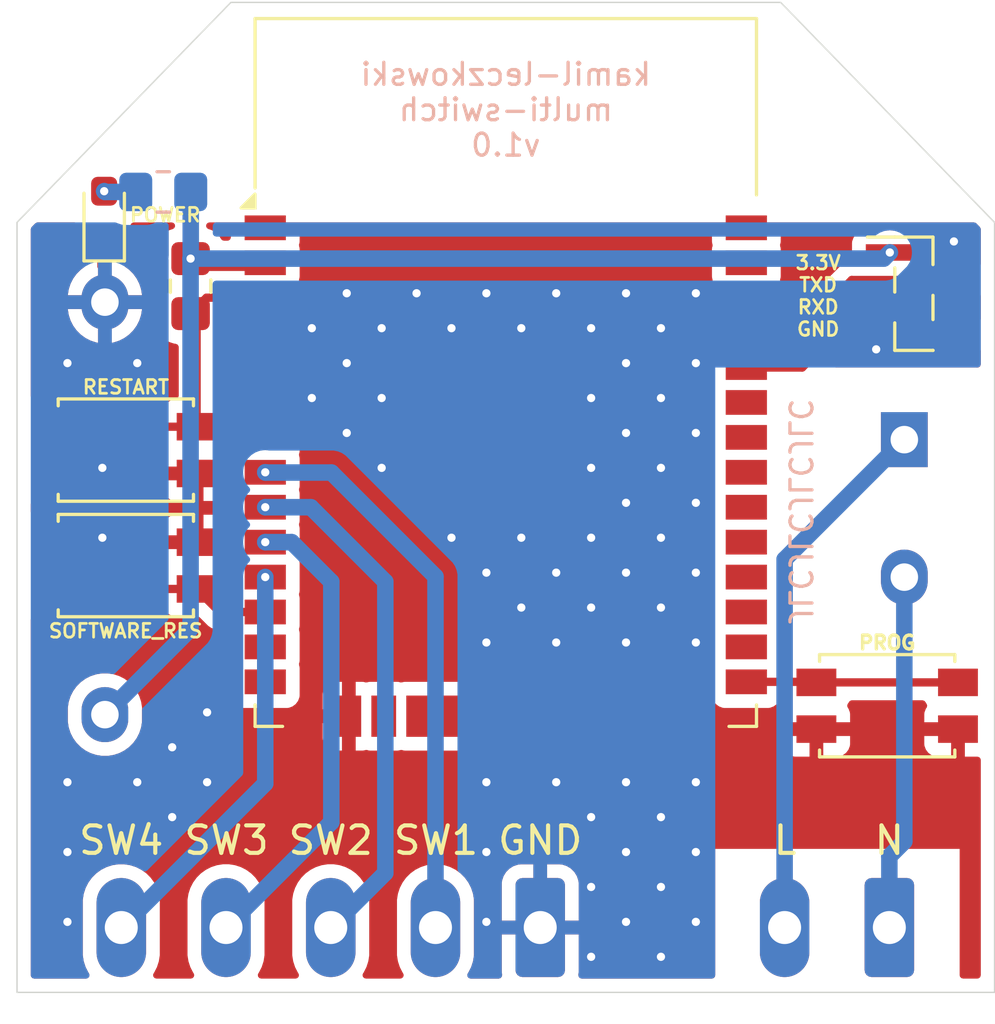
<source format=kicad_pcb>
(kicad_pcb (version 20240108) (generator "pcbnew") (generator_version "8.0")
  (layers (0 "F.Cu" signal) (31 "B.Cu" signal) (34 "B.Paste" user) (35 "F.Paste" user) (36 "B.SilkS" user "B.Silkscreen") (37 "F.SilkS" user "F.Silkscreen") (38 "B.Mask" user) (39 "F.Mask" user) (44 "Edge.Cuts" user))
  (net 0 "")
  (net 1 "RXD")
  (net 2 "GND")
  (net 3 "TXD")
  (net 4 "Net-(J2-Pin_1)")
  (net 5 "Net-(J2-Pin_2)")
  (net 6 "3.3V")
  (net 7 "EN")
  (net 8 "IO0")
  (net 27 "IO27")
  (net 28 "IO33")
  (net 36 "IO26")
  (net 37 "IO25")
  (net 38 "IO32")
  (net 39 "Net-(D1-A)")
  (footprint "Button_Switch_SMD:SW_SPST_EVQP2" (layer "F.Cu") (at 137.448291 84.282534)
    (property "Reference" "SW1" (hide yes))
    (property "Value" "RESET")
    (fp_line (start -2.46 -1.86) (end -2.46 -1.61) (stroke (width 0.12)) (layer "F.SilkS"))
    (fp_line (start -2.46 1.61) (end -2.46 1.86) (stroke (width 0.12)) (layer "F.SilkS"))
    (fp_line (start -2.46 1.86) (end 2.46 1.86) (stroke (width 0.12)) (layer "F.SilkS"))
    (fp_line (start 2.46 -1.86) (end -2.46 -1.86) (stroke (width 0.12)) (layer "F.SilkS"))
    (fp_line (start 2.46 -1.86) (end 2.46 -1.61) (stroke (width 0.12)) (layer "F.SilkS"))
    (fp_line (start 2.46 1.61) (end 2.46 1.86) (stroke (width 0.12)) (layer "F.SilkS"))
    (pad "1" smd rect (at -2.575 -0.85) (size 1.45 1) (layers "F.Cu" "F.Paste" "F.Mask") (net 7 "EN"))
    (pad "1" smd rect (at 2.575 -0.85) (size 1.45 1) (layers "F.Cu" "F.Paste" "F.Mask") (net 7 "EN"))
    (pad "2" smd rect (at -2.575 0.85) (size 1.45 1) (layers "F.Cu" "F.Paste" "F.Mask") (net 2 "GND"))
    (pad "2" smd rect (at 2.575 0.85) (size 1.45 1) (layers "F.Cu" "F.Paste" "F.Mask") (net 2 "GND"))
  )
  (footprint "LED_SMD:LED_0603_1608Metric_Pad1.05x0.95mm_HandSolder" (layer "F.Cu") (at 136.661118 75.743294 90)
    (property "Reference" "D1" (hide yes))
    (property "Value" "LED_GREEN")
    (fp_line (start 0.8 -0.735) (end -1.66 -0.735) (stroke (width 0.12)) (layer "F.SilkS"))
    (fp_line (start -1.66 -0.735) (end -1.66 0.735) (stroke (width 0.12)) (layer "F.SilkS"))
    (fp_line (start -1.66 0.735) (end 0.8 0.735) (stroke (width 0.12)) (layer "F.SilkS"))
    (pad "1" smd roundrect (at -0.874999 0 90) (size 1.05 0.95) (layers "F.Cu" "F.Paste" "F.Mask") (net 2 "GND"))
    (pad "2" smd roundrect (at 0.874999 0 90) (size 1.05 0.95) (layers "F.Cu" "F.Paste" "F.Mask") (net 39 "Net-(D1-A)"))
  )
  (footprint "Button_Switch_SMD:SW_SPST_EVQP2" (layer "F.Cu") (at 137.448291 88.481968 180)
    (property "Reference" "SW3" (hide yes))
    (property "Value" "SOFT_RESET")
    (fp_line (start 2.46 1.61) (end 2.46 1.86) (stroke (width 0.12)) (layer "F.SilkS"))
    (fp_line (start 2.46 -1.86) (end 2.46 -1.61) (stroke (width 0.12)) (layer "F.SilkS"))
    (fp_line (start 2.46 -1.86) (end -2.46 -1.86) (stroke (width 0.12)) (layer "F.SilkS"))
    (fp_line (start -2.46 1.86) (end 2.46 1.86) (stroke (width 0.12)) (layer "F.SilkS"))
    (fp_line (start -2.46 1.61) (end -2.46 1.86) (stroke (width 0.12)) (layer "F.SilkS"))
    (fp_line (start -2.46 -1.86) (end -2.46 -1.61) (stroke (width 0.12)) (layer "F.SilkS"))
    (pad "1" smd rect (at -2.575 -0.85 180) (size 1.45 1) (layers "F.Cu" "F.Paste" "F.Mask") (net 27 "IO27"))
    (pad "1" smd rect (at 2.575 -0.85 180) (size 1.45 1) (layers "F.Cu" "F.Paste" "F.Mask") (net 27 "IO27"))
    (pad "2" smd rect (at -2.575 0.85 180) (size 1.45 1) (layers "F.Cu" "F.Paste" "F.Mask") (net 2 "GND"))
    (pad "2" smd rect (at 2.575 0.85 180) (size 1.45 1) (layers "F.Cu" "F.Paste" "F.Mask") (net 2 "GND"))
  )
  (footprint "Button_Switch_SMD:SW_SPST_EVQP2" (layer "F.Cu") (at 165.144079 93.579865)
    (property "Reference" "SW2" (hide yes))
    (property "Value" "PROG")
    (fp_line (start -2.46 -1.86) (end -2.46 -1.61) (stroke (width 0.12)) (layer "F.SilkS"))
    (fp_line (start -2.46 1.61) (end -2.46 1.86) (stroke (width 0.12)) (layer "F.SilkS"))
    (fp_line (start -2.46 1.86) (end 2.46 1.86) (stroke (width 0.12)) (layer "F.SilkS"))
    (fp_line (start 2.46 -1.86) (end -2.46 -1.86) (stroke (width 0.12)) (layer "F.SilkS"))
    (fp_line (start 2.46 -1.86) (end 2.46 -1.61) (stroke (width 0.12)) (layer "F.SilkS"))
    (fp_line (start 2.46 1.61) (end 2.46 1.86) (stroke (width 0.12)) (layer "F.SilkS"))
    (pad "1" smd rect (at -2.575 -0.85) (size 1.45 1) (layers "F.Cu" "F.Paste" "F.Mask") (net 8 "IO0"))
    (pad "1" smd rect (at 2.575 -0.85) (size 1.45 1) (layers "F.Cu" "F.Paste" "F.Mask") (net 8 "IO0"))
    (pad "2" smd rect (at -2.575 0.85) (size 1.45 1) (layers "F.Cu" "F.Paste" "F.Mask") (net 2 "GND"))
    (pad "2" smd rect (at 2.575 0.85) (size 1.45 1) (layers "F.Cu" "F.Paste" "F.Mask") (net 2 "GND"))
  )
  (footprint "RF_Module:ESP32-WROOM-32" (layer "F.Cu") (at 151.27 84.45)
    (property "Reference" "U1" (hide yes))
    (property "Value" "ESP32-WROOM-32" (hide yes))
    (fp_line (start -9.12 -15.86) (end -9.12 -9.7) (stroke (width 0.12)) (layer "F.SilkS"))
    (fp_line (start -9.12 -15.86) (end 9.12 -15.86) (stroke (width 0.12)) (layer "F.SilkS"))
    (fp_line (start -9.12 9.1) (end -9.12 9.88) (stroke (width 0.12)) (layer "F.SilkS"))
    (fp_line (start -9.12 9.88) (end -8.12 9.88) (stroke (width 0.12)) (layer "F.SilkS"))
    (fp_line (start 9.12 -15.86) (end 9.12 -9.445) (stroke (width 0.12)) (layer "F.SilkS"))
    (fp_line (start 9.12 9.1) (end 9.12 9.88) (stroke (width 0.12)) (layer "F.SilkS"))
    (fp_line (start 9.12 9.88) (end 8.12 9.88) (stroke (width 0.12)) (layer "F.SilkS"))
    (fp_poly (pts (xy -9.125 -8.975) (xy -9.625 -8.975) (xy -9.125 -9.475) (xy -9.125 -8.975)) (stroke (width 0.12)) (fill solid) (layer "F.SilkS"))
    (pad "1" smd rect (at -8.75 -8.25) (size 1.5 0.9) (layers "F.Cu" "F.Paste" "F.Mask") (net 2 "GND"))
    (pad "2" smd rect (at -8.75 -6.98) (size 1.5 0.9) (layers "F.Cu" "F.Paste" "F.Mask") (net 6 "3.3V"))
    (pad "3" smd rect (at -8.75 -5.71) (size 1.5 0.9) (layers "F.Cu" "F.Paste" "F.Mask") (net 7 "EN"))
    (pad "4" smd rect (at -8.75 -4.44) (size 1.5 0.9) (layers "F.Cu" "F.Paste" "F.Mask"))
    (pad "5" smd rect (at -8.75 -3.17) (size 1.5 0.9) (layers "F.Cu" "F.Paste" "F.Mask"))
    (pad "6" smd rect (at -8.75 -1.9) (size 1.5 0.9) (layers "F.Cu" "F.Paste" "F.Mask"))
    (pad "7" smd rect (at -8.75 -0.63) (size 1.5 0.9) (layers "F.Cu" "F.Paste" "F.Mask"))
    (pad "8" smd rect (at -8.75 0.64) (size 1.5 0.9) (layers "F.Cu" "F.Paste" "F.Mask") (net 38 "IO32"))
    (pad "9" smd rect (at -8.75 1.91) (size 1.5 0.9) (layers "F.Cu" "F.Paste" "F.Mask") (net 28 "IO33"))
    (pad "10" smd rect (at -8.75 3.18) (size 1.5 0.9) (layers "F.Cu" "F.Paste" "F.Mask") (net 37 "IO25"))
    (pad "11" smd rect (at -8.75 4.45) (size 1.5 0.9) (layers "F.Cu" "F.Paste" "F.Mask") (net 36 "IO26"))
    (pad "12" smd rect (at -8.75 5.72) (size 1.5 0.9) (layers "F.Cu" "F.Paste" "F.Mask") (net 27 "IO27"))
    (pad "13" smd rect (at -8.75 6.99) (size 1.5 0.9) (layers "F.Cu" "F.Paste" "F.Mask"))
    (pad "14" smd rect (at -8.75 8.26) (size 1.5 0.9) (layers "F.Cu" "F.Paste" "F.Mask"))
    (pad "15" smd rect (at -5.71 9.51 90) (size 1.5 0.9) (layers "F.Cu" "F.Paste" "F.Mask") (net 2 "GND"))
    (pad "16" smd rect (at -4.44 9.51 90) (size 1.5 0.9) (layers "F.Cu" "F.Paste" "F.Mask"))
    (pad "17" smd rect (at -3.17 9.51 90) (size 1.5 0.9) (layers "F.Cu" "F.Paste" "F.Mask"))
    (pad "18" smd rect (at -1.9 9.51 90) (size 1.5 0.9) (layers "F.Cu" "F.Paste" "F.Mask"))
    (pad "19" smd rect (at -0.63 9.51 90) (size 1.5 0.9) (layers "F.Cu" "F.Paste" "F.Mask"))
    (pad "20" smd rect (at 0.64 9.51 90) (size 1.5 0.9) (layers "F.Cu" "F.Paste" "F.Mask"))
    (pad "21" smd rect (at 1.91 9.51 90) (size 1.5 0.9) (layers "F.Cu" "F.Paste" "F.Mask"))
    (pad "22" smd rect (at 3.18 9.51 90) (size 1.5 0.9) (layers "F.Cu" "F.Paste" "F.Mask"))
    (pad "23" smd rect (at 4.45 9.51 90) (size 1.5 0.9) (layers "F.Cu" "F.Paste" "F.Mask"))
    (pad "24" smd rect (at 5.72 9.51 90) (size 1.5 0.9) (layers "F.Cu" "F.Paste" "F.Mask"))
    (pad "25" smd rect (at 8.75 8.26) (size 1.5 0.9) (layers "F.Cu" "F.Paste" "F.Mask") (net 8 "IO0"))
    (pad "26" smd rect (at 8.75 6.99) (size 1.5 0.9) (layers "F.Cu" "F.Paste" "F.Mask"))
    (pad "27" smd rect (at 8.75 5.72) (size 1.5 0.9) (layers "F.Cu" "F.Paste" "F.Mask"))
    (pad "28" smd rect (at 8.75 4.45) (size 1.5 0.9) (layers "F.Cu" "F.Paste" "F.Mask"))
    (pad "29" smd rect (at 8.75 3.18) (size 1.5 0.9) (layers "F.Cu" "F.Paste" "F.Mask"))
    (pad "30" smd rect (at 8.75 1.91) (size 1.5 0.9) (layers "F.Cu" "F.Paste" "F.Mask"))
    (pad "31" smd rect (at 8.75 0.64) (size 1.5 0.9) (layers "F.Cu" "F.Paste" "F.Mask"))
    (pad "32" smd rect (at 8.75 -0.63) (size 1.5 0.9) (layers "F.Cu" "F.Paste" "F.Mask"))
    (pad "33" smd rect (at 8.75 -1.9) (size 1.5 0.9) (layers "F.Cu" "F.Paste" "F.Mask"))
    (pad "34" smd rect (at 8.75 -3.17) (size 1.5 0.9) (layers "F.Cu" "F.Paste" "F.Mask") (net 1 "RXD"))
    (pad "35" smd rect (at 8.75 -4.44) (size 1.5 0.9) (layers "F.Cu" "F.Paste" "F.Mask") (net 3 "TXD"))
    (pad "36" smd rect (at 8.75 -5.71) (size 1.5 0.9) (layers "F.Cu" "F.Paste" "F.Mask"))
    (pad "37" smd rect (at 8.75 -6.98) (size 1.5 0.9) (layers "F.Cu" "F.Paste" "F.Mask"))
    (pad "38" smd rect (at 8.75 -8.25) (size 1.5 0.9) (layers "F.Cu" "F.Paste" "F.Mask") (net 2 "GND"))
    (pad "39" smd rect (at -0.68 -0.91) (size 4.2 4.2) (layers "F.Cu" "F.Mask") (net 2 "GND"))
  )
  (footprint "Connector_PinHeader_1.00mm:PinHeader_1x04_P1.00mm_Vertical_SMD_Pin1Left" (layer "F.Cu") (at 166.115 78.596339)
    (property "Reference" "J1" (hide yes))
    (property "Value" "PROG")
    (fp_line (start -0.695 -2.06) (end -1.69 -2.06) (stroke (width 0.12)) (layer "F.SilkS"))
    (fp_line (start -0.695 -2.06) (end -0.695 -2.06) (stroke (width 0.12)) (layer "F.SilkS"))
    (fp_line (start -0.695 -2.06) (end 0.695 -2.06) (stroke (width 0.12)) (layer "F.SilkS"))
    (fp_line (start -0.695 -0.94) (end -0.695 -0.06) (stroke (width 0.12)) (layer "F.SilkS"))
    (fp_line (start -0.695 1.06) (end -0.695 2.06) (stroke (width 0.12)) (layer "F.SilkS"))
    (fp_line (start -0.695 2.06) (end 0.695 2.06) (stroke (width 0.12)) (layer "F.SilkS"))
    (fp_line (start 0.695 -2.06) (end 0.695 -1.06) (stroke (width 0.12)) (layer "F.SilkS"))
    (fp_line (start 0.695 0.06) (end 0.695 0.94) (stroke (width 0.12)) (layer "F.SilkS"))
    (fp_line (start 0.695 2.06) (end 0.695 2.06) (stroke (width 0.12)) (layer "F.SilkS"))
    (pad "1" smd rect (at -0.875 -1.5) (size 1.75 0.6) (layers "F.Cu" "F.Paste" "F.Mask") (net 6 "3.3V"))
    (pad "2" smd rect (at 0.875 -0.5) (size 1.75 0.6) (layers "F.Cu" "F.Paste" "F.Mask") (net 3 "TXD"))
    (pad "3" smd rect (at -0.875 0.5) (size 1.75 0.6) (layers "F.Cu" "F.Paste" "F.Mask") (net 1 "RXD"))
    (pad "4" smd rect (at 0.875 1.5) (size 1.75 0.6) (layers "F.Cu" "F.Paste" "F.Mask") (net 2 "GND"))
  )
  (footprint "Resistor_SMD:R_0805_2012Metric_Pad1.20x1.40mm_HandSolder" (layer "F.Cu") (at 139.803833 78.319553 -90)
    (property "Reference" "R1" (hide yes))
    (property "Value" "10k")
    (fp_line (start -0.227064 0.735) (end 0.227064 0.735) (stroke (width 0.12)) (layer "F.SilkS"))
    (fp_line (start -0.227064 -0.735) (end 0.227064 -0.735) (stroke (width 0.12)) (layer "F.SilkS"))
    (pad "1" smd roundrect (at -1 0 270) (size 1.2 1.4) (layers "F.Cu" "F.Paste" "F.Mask") (roundrect_rratio 0.208333) (net 6 "3.3V"))
    (pad "2" smd roundrect (at 1 0 270) (size 1.2 1.4) (layers "F.Cu" "F.Paste" "F.Mask") (roundrect_rratio 0.208333) (net 7 "EN"))
  )
  (footprint "Connector_Phoenix_MC:PhoenixContact_MCV_1,5_5-G-3.81_1x05_P3.81mm_Vertical" (layer "B.Cu") (at 152.5225 101.644794 180)
    (property "Reference" "J3" (hide yes))
    (property "Value" "Conn_01x05" (hide yes))
    (pad "1" thru_hole roundrect (at 0 0 180) (size 1.8 3.6) (drill 1.2) (layers "*.Cu" "*.Mask") (roundrect_rratio 0.138889) (net 2 "GND"))
    (pad "2" thru_hole oval (at 3.81 0 180) (size 1.8 3.6) (drill 1.2) (layers "*.Cu" "*.Mask") (net 38 "IO32"))
    (pad "3" thru_hole oval (at 7.62 0 180) (size 1.8 3.6) (drill 1.2) (layers "*.Cu" "*.Mask") (net 28 "IO33"))
    (pad "4" thru_hole oval (at 11.43 0 180) (size 1.8 3.6) (drill 1.2) (layers "*.Cu" "*.Mask") (net 37 "IO25"))
    (pad "5" thru_hole oval (at 15.24 0 180) (size 1.8 3.6) (drill 1.2) (layers "*.Cu" "*.Mask") (net 36 "IO26"))
  )
  (footprint "Converter_ACDC:Converter_ACDC_Hi-Link_HLK-PMxx" (layer "B.Cu") (at 165.7675 83.9025 180)
    (property "Reference" "PS1" (hide yes))
    (property "Value" "HLK-PM03" (hide yes))
    (pad "1" thru_hole rect (at 0 0 180) (size 1.7 2) (drill 1) (layers "*.Cu" "*.Mask") (net 5 "Net-(J2-Pin_2)"))
    (pad "2" thru_hole oval (at 0 -5 180) (size 1.7 2) (drill 1) (layers "*.Cu" "*.Mask") (net 4 "Net-(J2-Pin_1)"))
    (pad "3" thru_hole oval (at 29.08 5 180) (size 1.7 2) (drill 1) (layers "*.Cu" "*.Mask") (net 2 "GND"))
    (pad "4" thru_hole oval (at 29.08 -10 180) (size 1.7 2) (drill 1) (layers "*.Cu" "*.Mask") (net 6 "3.3V"))
  )
  (footprint "Connector_Phoenix_MC:PhoenixContact_MCV_1,5_2-G-3.81_1x02_P3.81mm_Vertical" (layer "B.Cu") (at 165.2225 101.644794 180)
    (property "Reference" "J2" (hide yes))
    (property "Value" "AC" (hide yes))
    (pad "1" thru_hole roundrect (at 0 0 180) (size 1.8 3.6) (drill 1.2) (layers "*.Cu" "*.Mask") (roundrect_rratio 0.138889) (net 4 "Net-(J2-Pin_1)"))
    (pad "2" thru_hole oval (at 3.81 0 180) (size 1.8 3.6) (drill 1.2) (layers "*.Cu" "*.Mask") (net 5 "Net-(J2-Pin_2)"))
  )
  (footprint "Resistor_SMD:R_0805_2012Metric_Pad1.20x1.40mm_HandSolder" (layer "B.Cu") (at 138.809407 74.895126 180)
    (property "Reference" "R2" (hide yes))
    (property "Value" "10")
    (fp_line (start 0.227064 0.735) (end -0.227064 0.735) (stroke (width 0.12)) (layer "B.SilkS"))
    (fp_line (start 0.227064 -0.735) (end -0.227064 -0.735) (stroke (width 0.12)) (layer "B.SilkS"))
    (pad "1" smd roundrect (at -1 0 180) (size 1.2 1.4) (layers "B.Cu" "B.Paste" "B.Mask") (roundrect_rratio 0.208333) (net 6 "3.3V"))
    (pad "2" smd roundrect (at 1 0 180) (size 1.2 1.4) (layers "B.Cu" "B.Paste" "B.Mask") (roundrect_rratio 0.208333) (net 39 "Net-(D1-A)"))
  )
  (gr_poly (pts (xy 161.27 68.0025) (xy 169.05 76.0025) (xy 169.05 104.0025) (xy 133.49 104.0025) (xy 133.49 76.0025) (xy 141.27 68.0025)) (stroke (width 0.05)) (fill none) (layer "Edge.Cuts"))
  (gr_text "JLCJLCJLCJLC" (at 161.503052 86.529013 -90) (layer "B.SilkS") (effects (font (size 0.8 0.8) (thickness 0.12)) (justify bottom mirror)))
  (gr_text "kamil-leczkowski\nmulti-switch\nv1.0" (at 151.27 73.66 0) (layer "B.SilkS") (effects (font (size 0.8 0.8) (thickness 0.12)) (justify bottom mirror)))
  (gr_text "SW1" (at 148.73 99.06 0) (layer "F.SilkS") (effects (font (size 1 1)) (justify bottom)))
  (gr_text "N\n" (at 165.2225 99.06 0) (layer "F.SilkS") (effects (font (size 1 1)) (justify bottom)))
  (gr_text "SOFTWARE_RES" (at 137.442573 91.150916 0) (layer "F.SilkS") (effects (font (size 0.5 0.5) (thickness 0.1) (bold yes)) (justify bottom)))
  (gr_text "POWER" (at 138.879403 76.023842 0) (layer "F.SilkS") (effects (font (size 0.5 0.5) (thickness 0.1) (bold yes)) (justify bottom)))
  (gr_text "3.3V\nTXD\nRXD\nGND" (at 162.633745 80.178622 0) (layer "F.SilkS") (effects (font (size 0.5 0.5) (thickness 0.1) (bold yes)) (justify bottom)))
  (gr_text "SW2" (at 144.90127 99.06 0) (layer "F.SilkS") (effects (font (size 1 1)) (justify bottom)))
  (gr_text "SW3" (at 141.11 99.06 0) (layer "F.SilkS") (effects (font (size 1 1)) (justify bottom)))
  (gr_text "GND" (at 152.5225 99.06 0) (layer "F.SilkS") (effects (font (size 1 1)) (justify bottom)))
  (gr_text "L" (at 161.43 99.06 0) (layer "F.SilkS") (effects (font (size 1 1)) (justify bottom)))
  (gr_text "RESTART" (at 137.448291 82.282534 0) (layer "F.SilkS") (effects (font (size 0.5 0.5) (thickness 0.1) (bold yes)) (justify bottom)))
  (gr_text "SW4" (at 137.280874 99.06 0) (layer "F.SilkS") (effects (font (size 1 1)) (justify bottom)))
  (gr_text "PROG" (at 165.144079 91.579865 0) (layer "F.SilkS") (effects (font (size 0.5 0.5) (thickness 0.125)) (justify bottom)))
  (segment (start 164.235496 79.096339) (end 165.24 79.096339) (width 0.3) (layer "F.Cu") (net 1))
  (segment (start 160.02 81.28) (end 162.051835 81.28) (width 0.3) (layer "F.Cu") (net 1))
  (segment (start 162.051835 81.28) (end 164.235496 79.096339) (width 0.3) (layer "F.Cu") (net 1))
  (segment (start 138.050855 76.782595) (end 138.053926 76.785666) (width 0.6) (layer "F.Cu") (net 2))
  (via (at 151.834197 79.849302) (size 0.6) (drill 0.3) (layers "F.Cu" "B.Cu") (net 2))
  (via (at 154.374197 90.009302) (size 0.6) (drill 0.3) (layers "F.Cu" "B.Cu") (net 2))
  (via (at 153.104197 91.279302) (size 0.6) (drill 0.3) (layers "F.Cu" "B.Cu") (net 2))
  (via (at 139.134197 95.089302) (size 0.6) (drill 0.3) (layers "F.Cu" "B.Cu") (net 2))
  (via (at 150.564197 88.739302) (size 0.6) (drill 0.3) (layers "F.Cu" "B.Cu") (net 2))
  (via (at 150.564197 98.899302) (size 0.6) (drill 0.3) (layers "F.Cu" "B.Cu") (net 2))
  (via (at 155.644197 101.439302) (size 0.6) (drill 0.3) (layers "F.Cu" "B.Cu") (net 2))
  (via (at 151.834197 90.009302) (size 0.6) (drill 0.3) (layers "F.Cu" "B.Cu") (net 2))
  (via (at 156.914197 82.389302) (size 0.6) (drill 0.3) (layers "F.Cu" "B.Cu") (net 2))
  (via (at 136.594197 84.929302) (size 0.6) (drill 0.3) (layers "F.Cu" "B.Cu") (net 2))
  (via (at 150.564197 91.279302) (size 0.6) (drill 0.3) (layers "F.Cu" "B.Cu") (net 2))
  (via (at 154.374197 102.709302) (size 0.6) (drill 0.3) (layers "F.Cu" "B.Cu") (net 2))
  (via (at 167.570944 76.695544) (size 0.6) (drill 0.3) (layers "F.Cu" "B.Cu") (net 2))
  (via (at 150.564197 101.439302) (size 0.6) (drill 0.3) (layers "F.Cu" "B.Cu") (net 2))
  (via (at 158.184197 96.359302) (size 0.6) (drill 0.3) (layers "F.Cu" "B.Cu") (net 2))
  (via (at 135.324197 96.359302) (size 0.6) (drill 0.3) (layers "F.Cu" "B.Cu") (net 2))
  (via (at 155.644197 83.659302) (size 0.6) (drill 0.3) (layers "F.Cu" "B.Cu") (net 2))
  (via (at 158.184197 88.739302) (size 0.6) (drill 0.3) (layers "F.Cu" "B.Cu") (net 2))
  (via (at 156.914197 102.709302) (size 0.6) (drill 0.3) (layers "F.Cu" "B.Cu") (net 2))
  (via (at 155.644197 91.279302) (size 0.6) (drill 0.3) (layers "F.Cu" "B.Cu") (net 2))
  (via (at 154.374197 84.929302) (size 0.6) (drill 0.3) (layers "F.Cu" "B.Cu") (net 2))
  (via (at 155.644197 88.739302) (size 0.6) (drill 0.3) (layers "F.Cu" "B.Cu") (net 2))
  (via (at 154.374197 87.469302) (size 0.6) (drill 0.3) (layers "F.Cu" "B.Cu") (net 2))
  (via (at 153.104197 96.359302) (size 0.6) (drill 0.3) (layers "F.Cu" "B.Cu") (net 2))
  (via (at 136.594197 87.469302) (size 0.6) (drill 0.3) (layers "F.Cu" "B.Cu") (net 2))
  (via (at 137.864197 81.119302) (size 0.6) (drill 0.3) (layers "F.Cu" "B.Cu") (net 2))
  (via (at 158.184197 98.899302) (size 0.6) (drill 0.3) (layers "F.Cu" "B.Cu") (net 2))
  (via (at 158.184197 101.439302) (size 0.6) (drill 0.3) (layers "F.Cu" "B.Cu") (net 2))
  (via (at 153.104197 78.579302) (size 0.6) (drill 0.3) (layers "F.Cu" "B.Cu") (net 2))
  (via (at 145.484197 83.659302) (size 0.6) (drill 0.3) (layers "F.Cu" "B.Cu") (net 2))
  (via (at 158.184197 78.579302) (size 0.6) (drill 0.3) (layers "F.Cu" "B.Cu") (net 2))
  (via (at 155.644197 96.359302) (size 0.6) (drill 0.3) (layers "F.Cu" "B.Cu") (net 2))
  (via (at 156.914197 87.469302) (size 0.6) (drill 0.3) (layers "F.Cu" "B.Cu") (net 2))
  (via (at 140.404197 96.359302) (size 0.6) (drill 0.3) (layers "F.Cu" "B.Cu") (net 2))
  (via (at 148.024197 78.579302) (size 0.6) (drill 0.3) (layers "F.Cu" "B.Cu") (net 2))
  (via (at 154.374197 82.389302) (size 0.6) (drill 0.3) (layers "F.Cu" "B.Cu") (net 2))
  (via (at 144.214197 82.389302) (size 0.6) (drill 0.3) (layers "F.Cu" "B.Cu") (net 2))
  (via (at 156.914197 97.629302) (size 0.6) (drill 0.3) (layers "F.Cu" "B.Cu") (net 2))
  (via (at 156.914197 90.009302) (size 0.6) (drill 0.3) (layers "F.Cu" "B.Cu") (net 2))
  (via (at 155.644197 86.199302) (size 0.6) (drill 0.3) (layers "F.Cu" "B.Cu") (net 2))
  (via (at 154.374197 79.849302) (size 0.6) (drill 0.3) (layers "F.Cu" "B.Cu") (net 2))
  (via (at 155.644197 81.119302) (size 0.6) (drill 0.3) (layers "F.Cu" "B.Cu") (net 2))
  (via (at 158.184197 81.119302) (size 0.6) (drill 0.3) (layers "F.Cu" "B.Cu") (net 2))
  (via (at 151.834197 87.469302) (size 0.6) (drill 0.3) (layers "F.Cu" "B.Cu") (net 2))
  (via (at 150.564197 78.579302) (size 0.6) (drill 0.3) (layers "F.Cu" "B.Cu") (net 2))
  (via (at 140.404197 93.819302) (size 0.6) (drill 0.3) (layers "F.Cu" "B.Cu") (net 2))
  (via (at 156.914197 84.929302) (size 0.6) (drill 0.3) (layers "F.Cu" "B.Cu") (net 2))
  (via (at 156.914197 100.169302) (size 0.6) (drill 0.3) (layers "F.Cu" "B.Cu") (net 2))
  (via (at 135.324197 101.439302) (size 0.6) (drill 0.3) (layers "F.Cu" "B.Cu") (net 2))
  (via (at 154.374197 97.629302) (size 0.6) (drill 0.3) (layers "F.Cu" "B.Cu") (net 2))
  (via (at 149.294197 87.469302) (size 0.6) (drill 0.3) (layers "F.Cu" "B.Cu") (net 2))
  (via (at 135.324197 98.899302) (size 0.6) (drill 0.3) (layers "F.Cu" "B.Cu") (net 2))
  (via (at 156.914197 79.849302) (size 0.6) (drill 0.3) (layers "F.Cu" "B.Cu") (net 2))
  (via (at 158.184197 83.659302) (size 0.6) (drill 0.3) (layers "F.Cu" "B.Cu") (net 2))
  (via (at 158.184197 91.279302) (size 0.6) (drill 0.3) (layers "F.Cu" "B.Cu") (net 2))
  (via (at 164.743718 80.618864) (size 0.6) (drill 0.3) (layers "F.Cu" "B.Cu") (net 2))
  (via (at 139.134197 97.629302) (size 0.6) (drill 0.3) (layers "F.Cu" "B.Cu") (net 2))
  (via (at 146.754197 82.389302) (size 0.6) (drill 0.3) (layers "F.Cu" "B.Cu") (net 2))
  (via (at 155.644197 78.579302) (size 0.6) (drill 0.3) (layers "F.Cu" "B.Cu") (net 2))
  (via (at 154.374197 100.169302) (size 0.6) (drill 0.3) (layers "F.Cu" "B.Cu") (net 2))
  (via (at 145.484197 81.119302) (size 0.6) (drill 0.3) (layers "F.Cu" "B.Cu") (net 2))
  (via (at 137.864197 96.359302) (size 0.6) (drill 0.3) (layers "F.Cu" "B.Cu") (net 2))
  (via (at 150.564197 96.359302) (size 0.6) (drill 0.3) (layers "F.Cu" "B.Cu") (net 2))
  (via (at 146.754197 84.929302) (size 0.6) (drill 0.3) (layers "F.Cu" "B.Cu") (net 2))
  (via (at 158.184197 86.199302) (size 0.6) (drill 0.3) (layers "F.Cu" "B.Cu") (net 2))
  (via (at 146.754197 79.849302) (size 0.6) (drill 0.3) (layers "F.Cu" "B.Cu") (net 2))
  (via (at 145.484197 78.579302) (size 0.6) (drill 0.3) (layers "F.Cu" "B.Cu") (net 2))
  (via (at 149.294197 79.849302) (size 0.6) (drill 0.3) (layers "F.Cu" "B.Cu") (net 2))
  (via (at 155.644197 98.899302) (size 0.6) (drill 0.3) (layers "F.Cu" "B.Cu") (net 2))
  (via (at 135.324197 81.119302) (size 0.6) (drill 0.3) (layers "F.Cu" "B.Cu") (net 2))
  (via (at 153.104197 88.739302) (size 0.6) (drill 0.3) (layers "F.Cu" "B.Cu") (net 2))
  (via (at 144.214197 79.849302) (size 0.6) (drill 0.3) (layers "F.Cu" "B.Cu") (net 2))
  (segment (start 160.02 80.01) (end 161.94067 80.01) (width 0.3) (layer "F.Cu") (net 3))
  (segment (start 163.854331 78.096339) (end 166.99 78.096339) (width 0.3) (layer "F.Cu") (net 3))
  (segment (start 161.94067 80.01) (end 163.854331 78.096339) (width 0.3) (layer "F.Cu") (net 3))
  (segment (start 165.2225 99.06) (end 165.7675 98.515) (width 0.6) (layer "B.Cu") (net 4))
  (segment (start 165.7675 98.515) (end 165.7675 88.9025) (width 0.6) (layer "B.Cu") (net 4))
  (segment (start 165.2225 101.644794) (end 165.2225 99.06) (width 0.6) (layer "B.Cu") (net 4))
  (segment (start 161.4125 88.2575) (end 161.4125 101.644794) (width 0.6) (layer "B.Cu") (net 5))
  (segment (start 165.7675 83.9025) (end 161.4125 88.2575) (width 0.6) (layer "B.Cu") (net 5))
  (segment (start 161.43 100.495924) (end 160.846815 101.079109) (width 0.6) (layer "B.Cu") (net 5))
  (segment (start 139.95428 77.47) (end 139.803833 77.319553) (width 0.6) (layer "F.Cu") (net 6))
  (segment (start 142.52 77.47) (end 139.95428 77.47) (width 0.6) (layer "F.Cu") (net 6))
  (via (at 165.24 77.096339) (size 0.6) (drill 0.3) (layers "F.Cu" "B.Cu") (net 6))
  (via (at 139.803833 77.319553) (size 0.6) (drill 0.3) (layers "F.Cu" "B.Cu") (net 6))
  (segment (start 136.6875 93.9025) (end 139.803833 90.786167) (width 0.6) (layer "B.Cu") (net 6))
  (segment (start 139.809407 74.895126) (end 139.809407 77.313979) (width 0.6) (layer "B.Cu") (net 6))
  (segment (start 139.803833 90.786167) (end 139.803833 77.319553) (width 0.6) (layer "B.Cu") (net 6))
  (segment (start 139.809407 77.313979) (end 139.803833 77.319553) (width 0.6) (layer "B.Cu") (net 6))
  (segment (start 165.016786 77.319553) (end 165.24 77.096339) (width 0.6) (layer "B.Cu") (net 6))
  (segment (start 139.803833 77.319553) (end 165.016786 77.319553) (width 0.6) (layer "B.Cu") (net 6))
  (segment (start 140.023291 79.539011) (end 139.803833 79.319553) (width 0.3) (layer "F.Cu") (net 7))
  (segment (start 139.803833 79.319553) (end 140.383386 78.74) (width 0.3) (layer "F.Cu") (net 7))
  (segment (start 134.873291 83.432534) (end 140.023291 83.432534) (width 0.3) (layer "F.Cu") (net 7))
  (segment (start 140.383386 78.74) (end 142.52 78.74) (width 0.3) (layer "F.Cu") (net 7))
  (segment (start 140.023291 83.432534) (end 140.023291 79.539011) (width 0.3) (layer "F.Cu") (net 7))
  (segment (start 162.569079 92.729865) (end 167.719079 92.729865) (width 0.3) (layer "F.Cu") (net 8))
  (segment (start 162.549214 92.71) (end 162.569079 92.729865) (width 0.3) (layer "F.Cu") (net 8))
  (segment (start 160.02 92.71) (end 162.549214 92.71) (width 0.3) (layer "F.Cu") (net 8))
  (segment (start 134.873291 89.331968) (end 140.023291 89.331968) (width 0.3) (layer "F.Cu") (net 27))
  (segment (start 140.861323 90.17) (end 142.52 90.17) (width 0.3) (layer "F.Cu") (net 27))
  (segment (start 140.023291 89.331968) (end 140.861323 90.17) (width 0.3) (layer "F.Cu") (net 27))
  (via (at 142.52 86.36) (size 0.6) (drill 0.3) (layers "F.Cu" "B.Cu") (net 28))
  (segment (start 144.9025 101.644794) (end 146.887737 99.659557) (width 0.6) (layer "B.Cu") (net 28))
  (segment (start 146.887737 89.069513) (end 144.178224 86.36) (width 0.6) (layer "B.Cu") (net 28))
  (segment (start 146.887737 99.659557) (end 146.887737 89.069513) (width 0.6) (layer "B.Cu") (net 28))
  (segment (start 144.178224 86.36) (end 142.52 86.36) (width 0.6) (layer "B.Cu") (net 28))
  (via (at 142.52 88.9) (size 0.6) (drill 0.3) (layers "F.Cu" "B.Cu") (net 36))
  (segment (start 142.52 96.407294) (end 142.52 88.9) (width 0.6) (layer "B.Cu") (net 36))
  (segment (start 137.2825 101.644794) (end 142.52 96.407294) (width 0.6) (layer "B.Cu") (net 36))
  (via (at 142.52 87.63) (size 0.6) (drill 0.3) (layers "F.Cu" "B.Cu") (net 37))
  (segment (start 141.0925 101.644794) (end 144.921968 97.815326) (width 0.6) (layer "B.Cu") (net 37))
  (segment (start 143.482454 87.63) (end 142.52 87.63) (width 0.6) (layer "B.Cu") (net 37))
  (segment (start 144.921968 97.815326) (end 144.921968 89.069514) (width 0.6) (layer "B.Cu") (net 37))
  (segment (start 144.921968 89.069514) (end 143.482454 87.63) (width 0.6) (layer "B.Cu") (net 37))
  (via (at 142.52 85.09) (size 0.6) (drill 0.3) (layers "F.Cu" "B.Cu") (net 38))
  (segment (start 142.529431 85.099431) (end 142.52 85.09) (width 0.6) (layer "B.Cu") (net 38))
  (segment (start 144.929431 85.099431) (end 142.529431 85.099431) (width 0.6) (layer "B.Cu") (net 38))
  (segment (start 148.7125 88.8825) (end 144.929431 85.099431) (width 0.6) (layer "B.Cu") (net 38))
  (segment (start 148.7125 101.644794) (end 148.7125 88.8825) (width 0.6) (layer "B.Cu") (net 38))
  (via (at 136.661118 74.868295) (size 0.6) (drill 0.3) (layers "F.Cu" "B.Cu") (net 39))
  (segment (start 136.687949 74.895126) (end 136.661118 74.868295) (width 0.6) (layer "B.Cu") (net 39))
  (segment (start 137.809407 74.895126) (end 136.687949 74.895126) (width 0.6) (layer "B.Cu") (net 39))
  (zone (net 0) (net_name "") (layer "F.Cu") (connect_pads (clearance 0)) (min_thickness 0.25)
    (keepout (tracks allowed) (vias allowed) (pads allowed) (copperpour not_allowed) (footprints allowed))
    (fill (thermal_gap 0.5) (thermal_bridge_width 0.5))
    (polygon (pts (xy 168.36821 81.28) (xy 163.03421 81.28) (xy 163.03421 91.44) (xy 168.36821 91.44)))
  )
  (zone (net 0) (net_name "") (layer "F.Cu") (connect_pads (clearance 0)) (min_thickness 0.25)
    (keepout (tracks allowed) (vias allowed) (pads allowed) (copperpour not_allowed) (footprints allowed))
    (fill (thermal_gap 0.5) (thermal_bridge_width 0.5))
    (polygon (pts (xy 167.78 98.785) (xy 158.89 98.785) (xy 158.89 104.0025) (xy 167.78 104.0025)))
  )
  (zone (net 2) (net_name "GND") (layers "F&B.Cu") (connect_pads (clearance 0.5)) (min_thickness 0.25) (fill yes (thermal_gap 0.5) (thermal_bridge_width 0.5))
    (polygon (pts (xy 169.05 76.0025) (xy 169.05 104.0025) (xy 133.49 104.0025) (xy 133.49 76.0025)))
  )
  (zone (net 0) (net_name "") (layer "B.Cu") (connect_pads (clearance 0)) (min_thickness 0.25)
    (keepout (tracks allowed) (vias allowed) (pads allowed) (copperpour not_allowed) (footprints allowed))
    (fill (thermal_gap 0.5) (thermal_bridge_width 0.5))
    (polygon (pts (xy 169.05 81.28) (xy 158.89 81.28) (xy 158.89 103.934659) (xy 169.05 103.934659)))
  )
)
</source>
